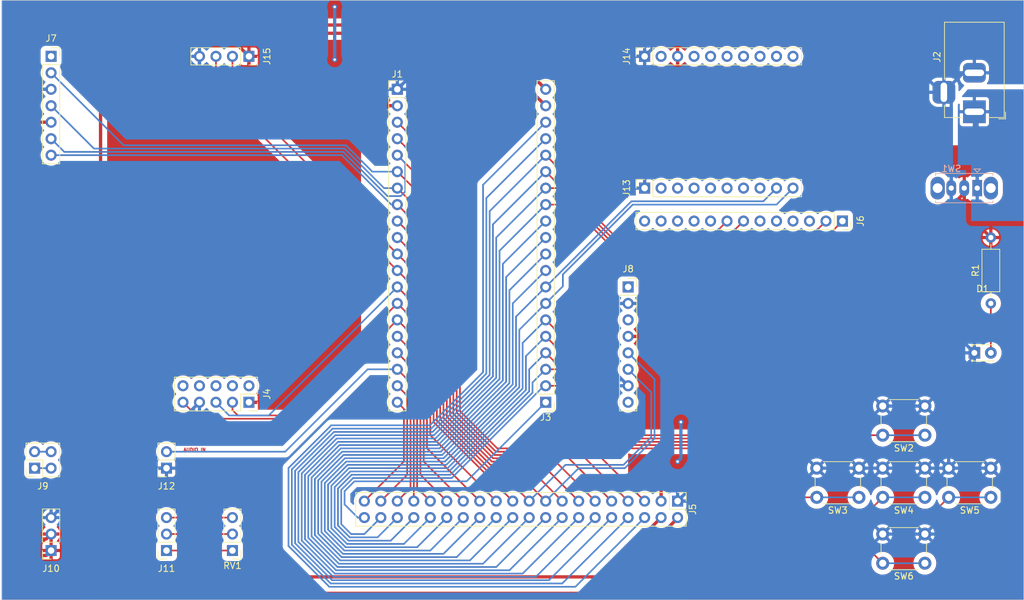
<source format=kicad_pcb>
(kicad_pcb (version 20221018) (generator pcbnew)
  (title_block (title "RoostaBoosta") (date "2023-04-14") (rev "1.0"))
  (layers (0 "F.Cu" signal) (31 "B.Cu" signal) (36 "B.SilkS" user "B.Silkscreen") (37 "F.SilkS" user "F.Silkscreen") (38 "B.Mask" user) (39 "F.Mask" user) (44 "Edge.Cuts" user))
  (net 0 "")
  (net 1 "Net-(D1-A)")
  (net 2 "VIN")
  (net 3 "Net-(J11-Pin_1)")
  (net 4 "Net-(J11-Pin_2)")
  (net 5 "Net-(J11-Pin_3)")
  (net 6 "GND")
  (net 7 "Net-(J9-Pin_1)")
  (net 8 "Net-(J9-Pin_2)")
  (net 9 "/mbed33")
  (net 10 "/mbed34")
  (net 15 "/mbed35")
  (net 16 "/mbed36")
  (net 29 "/mbed28")
  (net 30 "/mbed27")
  (net 41 "/bt_tx")
  (net 42 "/bt_rx")
  (net 45 "/mbed6")
  (net 46 "/mbed7")
  (net 47 "3VREG")
  (net 48 "/mbed5")
  (net 49 "/mbed8")
  (net 50 "/lcd_rx")
  (net 51 "/lcd_tx")
  (net 52 "/lcd_res")
  (net 53 "/audio_out")
  (net 54 "/mbed3")
  (net 55 "/mbed4")
  (net 56 "/mbed11")
  (net 57 "/mbed12")
  (net 58 "/mbed16")
  (net 59 "/mbed17")
  (net 60 "/mbed19")
  (net 61 "/mbed20")
  (net 62 "/mbed21")
  (net 63 "/btn5")
  (net 64 "/btn4")
  (net 65 "/btn3")
  (net 66 "/btn2")
  (net 67 "/btn1")
  (net 68 "/mbed29")
  (net 69 "/mbed30")
  (net 70 "/mbed31")
  (net 71 "/mbed32")
  (net 72 "/mbed37")
  (net 73 "/mbed38")
  (net 74 "5VREG")
  (net 75 "+5V")
  (footprint "Button_Switch_THT:SW_PUSH_6mm" (layer "F.Cu") (at 198.12 123.88 180)
    (fp_text reference "SW6")
    (fp_text value "BNT5")
  )
  (footprint "Button_Switch_THT:SW_PUSH_6mm" (layer "F.Cu") (at 198.12 113.72 180)
    (fp_text reference "SW4")
    (fp_text value "BTN3")
  )
  (footprint "Connector_PinSocket_2.54mm:PinSocket_1x02_P2.54mm_Vertical" (layer "F.Cu") (at 81.28 109.22 180)
    (fp_text reference "J12")
    (fp_text value "AUDIO_CON_IN")
  )
  (footprint "Button_Switch_THT:SW_PUSH_6mm" (layer "F.Cu") (at 187.96 113.72 180)
    (fp_text reference "SW3")
    (fp_text value "BTN2")
  )
  (footprint "Connector_BarrelJack:BarrelJack_Horizontal" (layer "F.Cu") (at 205.74 54.26 -90)
    (fp_text reference "J2")
    (fp_text value "Barrel_Jack_Switch_Pin3Ring")
  )
  (footprint "Connector_PinSocket_2.54mm:PinSocket_2x02_P2.54mm_Vertical" (layer "F.Cu") (at 60.96 109.22 180)
    (fp_text reference "J9")
    (fp_text value "AUDIO_CONN_OUT")
  )
  (footprint "Connector_PinSocket_2.54mm:PinSocket_1x07_P2.54mm_Vertical" (layer "F.Cu") (at 63.5 45.72)
    (fp_text reference "J7")
    (fp_text value "SD_CONN")
  )
  (footprint "Connector_PinSocket_2.54mm:PinSocket_1x10_P2.54mm_Vertical" (layer "F.Cu") (at 154.94 66.04 90)
    (fp_text reference "J13")
    (fp_text value "WIFI_CONN_LEFT")
  )
  (footprint "Connector_PinSocket_2.54mm:PinSocket_1x08_P2.54mm_Vertical" (layer "F.Cu") (at 152.4 81.28)
    (fp_text reference "J8")
    (fp_text value "BT_CONN")
  )
  (footprint "Connector_PinSocket_2.54mm:PinSocket_1x03_P2.54mm_Vertical" (layer "F.Cu") (at 81.28 121.92 180)
    (fp_text reference "J11")
    (fp_text value "AUDIO_CONN_VOL")
  )
  (footprint "Connector_PinSocket_2.54mm:PinSocket_2x05_P2.54mm_Vertical" (layer "F.Cu") (at 93.98 99.06 -90)
    (fp_text reference "J4")
    (fp_text value "LCD_CONN")
  )
  (footprint "Resistor_THT:R_Axial_DIN0207_L6.3mm_D2.5mm_P10.16mm_Horizontal" (layer "F.Cu") (at 208.28 83.82 90)
    (fp_text reference "R1")
    (fp_text value "1k")
  )
  (footprint "Connector_PinSocket_2.54mm:PinSocket_1x13_P2.54mm_Vertical" (layer "F.Cu") (at 185.42 71.12 -90)
    (fp_text reference "J6")
    (fp_text value "ETHERNET_CONN")
  )
  (footprint "Connector_PinHeader_2.54mm:PinHeader_1x20_P2.54mm_Vertical" (layer "F.Cu") (at 139.7 99.06 180)
    (fp_text reference "J3")
    (fp_text value "MBED_CONN_RIGHT")
  )
  (footprint "Connector_PinHeader_2.54mm:PinHeader_1x03_P2.54mm_Vertical" (layer "F.Cu") (at 91.44 121.92 180)
    (fp_text reference "RV1")
    (fp_text value "R_Potentiometer")
  )
  (footprint "Connector_PinSocket_2.54mm:PinSocket_1x04_P2.54mm_Vertical" (layer "F.Cu") (at 93.98 45.72 -90)
    (fp_text reference "J15")
    (fp_text value "SONAR_CONN")
  )
  (footprint "Connector_PinHeader_2.54mm:PinHeader_1x20_P2.54mm_Vertical" (layer "F.Cu") (at 116.84 50.8)
    (fp_text reference "J1")
    (fp_text value "MBED_CONN_LEFT")
  )
  (footprint "Connector_PinHeader_2.54mm:PinHeader_2x20_P2.54mm_Vertical" (layer "F.Cu") (at 160.02 114.3 -90)
    (fp_text reference "J5")
    (fp_text value "MBED_CONN_DEBUG")
  )
  (footprint "Button_Switch_THT:SW_PUSH_6mm" (layer "F.Cu") (at 198.12 104.14 180)
    (fp_text reference "SW2")
    (fp_text value "BTN1")
  )
  (footprint "Connector_PinSocket_2.54mm:PinSocket_1x03_P2.54mm_Vertical" (layer "F.Cu") (at 63.5 121.92 180)
    (fp_text reference "J10")
    (fp_text value "AUDIO_CONN_PWR")
  )
  (footprint "LED_THT:LED_D1.8mm_W3.3mm_H2.4mm" (layer "F.Cu") (at 205.74 91.44)
    (fp_text reference "D1")
    (fp_text value "PWR_LED")
  )
  (footprint "Connector_PinSocket_2.54mm:PinSocket_1x10_P2.54mm_Vertical" (layer "F.Cu") (at 154.94 45.72 90)
    (fp_text reference "J14")
    (fp_text value "WIFI_CONN_RIGHT")
  )
  (footprint "Button_Switch_THT:SW_PUSH_6mm" (layer "F.Cu") (at 208.28 113.72 180)
    (fp_text reference "SW5")
    (fp_text value "BTN4")
  )
  (footprint "Button_Switch_THT:SW_Slide_1P2T_CK_OS102011MS2Q" (layer "B.Cu") (at 206.18 66.04 180)
    (fp_text reference "SW1")
    (fp_text value "SW_SPDT")
  )
  (gr_rect (start 55.88 37.084) (end 213.36 129.54) (stroke (width 0.1)) (fill none) (layer "Edge.Cuts"))
  (gr_text "2023-04-14" (at 165.1 126.492) (layer "F.Cu") (effects (font (size 1.5 1.5) (thickness 0.3) bold) (justify left bottom)))
  (gr_text "+" (at 58.42 106.68) (layer "F.Cu") (effects (font (size 0.508 0.508) (thickness 0.127) bold) (justify right bottom)))
  (gr_text "AUDIO_IN" (at 83.82 106.68) (layer "F.Cu") (effects (font (size 0.508 0.508) (thickness 0.127) bold) (justify left bottom)))
  (gr_text "GND" (at 83.82 109.22) (layer "F.Cu") (effects (font (size 0.508 0.508) (thickness 0.127) bold) (justify left bottom)))
  (gr_text "MBED" (at 116.84 48.26) (layer "F.Cu") (effects (font (size 0.508 0.508) (thickness 0.127) bold) (justify right bottom)))
  (gr_text "-" (at 58.42 109.22) (layer "F.Cu") (effects (font (size 0.508 0.508) (thickness 0.127) bold) (justify right bottom)))
  (gr_text "SD" (at 63.5 43.18) (layer "F.Cu") (effects (font (size 0.508 0.508) (thickness 0.127) bold) (justify right bottom)))
  (gr_text "RoostaBoosta v1.0" (at 165.1 123.952) (layer "F.Cu") (effects (font (size 1.5 1.5) (thickness 0.3) bold) (justify left bottom)))
  (gr_text "ETHER" (at 152.4 71.12 90) (layer "F.Cu") (effects (font (size 0.508 0.508) (thickness 0.127) bold) (justify right bottom)))
  (gr_text "MBED" (at 162.56 114.3 -90) (layer "F.Cu") (effects (font (size 0.508 0.508) (thickness 0.127) bold) (justify right bottom)))
  (gr_text "+5V" (at 60.96 119.38) (layer "F.Cu") (effects (font (size 0.508 0.508) (thickness 0.127) bold) (justify right bottom)))
  (gr_text "LCD" (at 81.28 99.06 90) (layer "F.Cu") (effects (font (size 0.508 0.508) (thickness 0.127) bold) (justify right bottom)))
  (gr_text "BT" (at 152.4 78.74) (layer "F.Cu") (effects (font (size 0.508 0.508) (thickness 0.127) bold) (justify right bottom)))
  (gr_text "SONAR" (at 96.52 45.72 -90) (layer "F.Cu") (effects (font (size 0.508 0.508) (thickness 0.127) bold) (justify left bottom)))
  (gr_text "S" (at 60.96 121.92) (layer "F.Cu") (effects (font (size 0.508 0.508) (thickness 0.127) bold) (justify right bottom)))
  (gr_text "WIFI" (at 152.4 66.04 90) (layer "F.Cu") (effects (font (size 0.508 0.508) (thickness 0.127) bold) (justify right bottom)))
  (gr_text "GND" (at 60.96 116.84) (layer "F.Cu") (effects (font (size 0.508 0.508) (thickness 0.127) bold) (justify right bottom)))
  (segment (start 208.28 83.82) (end 208.28 91.44) (width 0.254) (layer "F.Cu") (net 1))
  (segment (start 157.988 88.9) (end 152.4 88.9) (width 0.508) (layer "F.Cu") (net 2))
  (segment (start 56.134 38.354) (end 106.934 38.354) (width 0.508) (layer "F.Cu") (net 2))
  (segment (start 93.98 45.72) (end 93.98 47.078) (width 0.508) (layer "F.Cu") (net 2))
  (segment (start 204.18 66.798) (end 197.211 73.767) (width 0.508) (layer "F.Cu") (net 2))
  (segment (start 106.934 38.354) (end 107.188 38.1) (width 0.508) (layer "F.Cu") (net 2))
  (segment (start 197.211 73.767) (end 182.078 88.9) (width 0.508) (layer "F.Cu") (net 2))
  (segment (start 136.398 38.354) (end 147.232 49.188) (width 0.508) (layer "F.Cu") (net 2))
  (segment (start 159.932 49.188) (end 147.232 49.188) (width 0.508) (layer "F.Cu") (net 2))
  (segment (start 92.368 44.108) (end 82.384 44.108) (width 0.508) (layer "F.Cu") (net 2))
  (segment (start 56.134 89.408) (end 56.134 38.354) (width 0.508) (layer "F.Cu") (net 2))
  (segment (start 57.15133 120.14333) (end 62.73667 120.14333) (width 0.508) (layer "F.Cu") (net 2))
  (segment (start 97.536 97.028) (end 97.536 91.948) (width 0.508) (layer "F.Cu") (net 2))
  (segment (start 160.528 89.916) (end 160.528 102.108) (width 0.508) (layer "F.Cu") (net 2))
  (segment (start 93.98 99.06) (end 95.504 99.06) (width 0.508) (layer "F.Cu") (net 2))
  (segment (start 60.1622 122.68333) (end 62.73667 122.68333) (width 0.508) (layer "F.Cu") (net 2))
  (segment (start 59.987524 122.508654) (end 60.1622 122.68333) (width 0.508) (layer "F.Cu") (net 2))
  (segment (start 59.846128 122.225868) (end 59.987524 122.508654) (width 0.508) (layer "F.Cu") (net 2))
  (segment (start 62.73667 122.68333) (end 63.5 121.92) (width 0.508) (layer "F.Cu") (net 2))
  (segment (start 56.134 118.4275) (end 57.0865 119.38) (width 0.508) (layer "F.Cu") (net 2))
  (segment (start 182.078 88.9) (end 159.512 88.9) (width 0.508) (layer "F.Cu") (net 2))
  (segment (start 159.512 88.9) (end 160.528 89.916) (width 0.508) (layer "F.Cu") (net 2))
  (segment (start 95.504 99.06) (end 97.536 97.028) (width 0.508) (layer "F.Cu") (net 2))
  (segment (start 204.18 66.04) (end 204.18 69.56) (width 0.508) (layer "F.Cu") (net 2))
  (segment (start 159.512 88.9) (end 157.988 88.9) (width 0.508) (layer "F.Cu") (net 2))
  (segment (start 82.296 44.196) (end 82.384 44.108) (width 0.508) (layer "F.Cu") (net 2))
  (segment (start 160.02 49.276) (end 159.932 49.188) (width 0.508) (layer "F.Cu") (net 2))
  (segment (start 56.896 119.888) (end 57.15133 120.14333) (width 0.508) (layer "F.Cu") (net 2))
  (segment (start 62.73667 120.14333) (end 63.5 119.38) (width 0.508) (layer "F.Cu") (net 2))
  (segment (start 82.384 76.796) (end 97.536 91.948) (width 0.508) (layer "F.Cu") (net 2))
  (segment (start 157.48 114.3) (end 157.48 110.744) (width 0.508) (layer "F.Cu") (net 2))
  (segment (start 204.18 69.56) (end 208.28 73.66) (width 0.508) (layer "F.Cu") (net 2))
  (segment (start 57.0865 119.38) (end 57.0865 119.46624) (width 0.508) (layer "F.Cu") (net 2))
  (segment (start 180.34 56.896) (end 197.211 73.767) (width 0.508) (layer "F.Cu") (net 2))
  (segment (start 93.98 45.72) (end 92.368 44.108) (width 0.508) (layer "F.Cu") (net 2))
  (segment (start 57.0865 119.38) (end 57.0865 119.6975) (width 0.508) (layer "F.Cu") (net 2))
  (segment (start 56.134 89.408) (end 56.134 118.4275) (width 0.508) (layer "F.Cu") (net 2))
  (segment (start 82.384 44.108) (end 82.384 76.796) (width 0.508) (layer "F.Cu") (net 2))
  (segment (start 157.48 110.744) (end 160.02 108.204) (width 0.508) (layer "F.Cu") (net 2))
  (segment (start 107.188 53.34) (end 116.84 53.34) (width 0.508) (layer "F.Cu") (net 2))
  (segment (start 160.02 45.72) (end 160.02 49.276) (width 0.508) (layer "F.Cu") (net 2))
  (segment (start 57.0865 119.46624) (end 59.846128 122.225868) (width 0.508) (layer "F.Cu") (net 2))
  (segment (start 107.442 38.354) (end 111.252 38.354) (width 0.508) (layer "F.Cu") (net 2))
  (segment (start 160.02 56.896) (end 180.34 56.896) (width 0.508) (layer "F.Cu") (net 2))
  (segment (start 107.188 38.1) (end 107.442 38.354) (width 0.508) (layer "F.Cu") (net 2))
  (segment (start 93.98 47.078) (end 100.242 53.34) (width 0.508) (layer "F.Cu") (net 2))
  (segment (start 107.188 53.34) (end 107.188 46.228) (width 0.508) (layer "F.Cu") (net 2))
  (segment (start 160.02 49.276) (end 160.02 56.896) (width 0.508) (layer "F.Cu") (net 2))
  (segment (start 57.0865 119.6975) (end 56.896 119.888) (width 0.508) (layer "F.Cu") (net 2))
  (segment (start 111.252 38.354) (end 136.398 38.354) (width 0.508) (layer "F.Cu") (net 2))
  (segment (start 100.242 53.34) (end 107.188 53.34) (width 0.508) (layer "F.Cu") (net 2))
  (via (at 160.02 108.204) (size 0.8) (drill 0.4) (layers "F.Cu" "B.Cu") (net 2))
  (via (at 107.188 46.228) (size 0.8) (drill 0.4) (layers "F.Cu" "B.Cu") (net 2))
  (via (at 160.528 102.108) (size 0.8) (drill 0.4) (layers "F.Cu" "B.Cu") (net 2))
  (via (at 107.188 38.1) (size 0.8) (drill 0.4) (layers "F.Cu" "B.Cu") (net 2))
  (segment (start 160.528 107.696) (end 160.02 108.204) (width 0.508) (layer "B.Cu") (net 2))
  (segment (start 107.188 38.1) (end 107.188 46.228) (width 0.508) (layer "B.Cu") (net 2))
  (segment (start 160.528 102.108) (end 160.528 107.696) (width 0.508) (layer "B.Cu") (net 2))
  (segment (start 81.28 121.92) (end 91.44 121.92) (width 0.254) (layer "F.Cu") (net 3))
  (segment (start 81.28 119.38) (end 91.44 119.38) (width 0.254) (layer "F.Cu") (net 4))
  (segment (start 81.28 116.84) (end 91.44 116.84) (width 0.254) (layer "F.Cu") (net 5))
  (segment (start 176.38 114.3) (end 181.46 109.22) (width 0.508) (layer "B.Cu") (net 6))
  (segment (start 202.18 66.04) (end 202.18 87.88) (width 0.508) (layer "B.Cu") (net 6))
  (segment (start 201.78 103.3) (end 201.78 109.22) (width 0.508) (layer "B.Cu") (net 6))
  (segment (start 160.02 114.3) (end 176.38 114.3) (width 0.508) (layer "B.Cu") (net 6))
  (segment (start 150.876 83.82) (end 152.4 83.82) (width 0.508) (layer "B.Cu") (net 6))
  (segment (start 202.18 87.88) (end 205.74 91.44) (width 0.508) (layer "B.Cu") (net 6))
  (segment (start 164.084 82.804) (end 164.084 110.236) (width 0.508) (layer "B.Cu") (net 6))
  (segment (start 200.612 51.26) (end 190.5 41.148) (width 0.508) (layer "B.Cu") (net 6))
  (segment (start 116.84 50.8) (end 121.92 45.72) (width 0.508) (layer "B.Cu") (net 6))
  (segment (start 191.62 99.64) (end 198.12 99.64) (width 0.508) (layer "B.Cu") (net 6))
  (segment (start 198.12 109.22) (end 191.62 109.22) (width 0.508) (layer "B.Cu") (net 6))
  (segment (start 63.5 116.84) (end 71.12 109.22) (width 0.508) (layer "B.Cu") (net 6))
  (segment (start 148.336 86.36) (end 150.876 83.82) (width 0.508) (layer "B.Cu") (net 6))
  (segment (start 159.512 41.148) (end 154.94 45.72) (width 0.508) (layer "B.Cu") (net 6))
  (segment (start 198.12 99.64) (end 205.74 92.02) (width 0.508) (layer "B.Cu") (net 6))
  (segment (start 190.5 41.148) (end 159.512 41.148) (width 0.508) (layer "B.Cu") (net 6))
  (segment (start 159.004 77.724) (end 164.084 82.804) (width 0.508) (layer "B.Cu") (net 6))
  (segment (start 208.28 109.22) (end 210.042 110.982) (width 0.508) (layer "B.Cu") (net 6))
  (segment (start 148.336 86.36) (end 148.336 78.74) (width 0.508) (layer "B.Cu") (net 6))
  (segment (start 76.2 104.14) (end 81.28 104.14) (width 0.508) (layer "B.Cu") (net 6))
  (segment (start 148.336 92.456) (end 148.336 86.36) (width 0.508) (layer "B.Cu") (net 6))
  (segment (start 201.78 109.22) (end 208.28 109.22) (width 0.508) (layer "B.Cu") (net 6))
  (segment (start 86.36 50.8) (end 116.84 50.8) (width 0.508) (layer "B.Cu") (net 6))
  (segment (start 63.5 50.8) (end 59.944 50.8) (width 0.508) (layer "B.Cu") (net 6))
  (segment (start 202.18 52.4) (end 202.18 66.04) (width 0.508) (layer "B.Cu") (net 6))
  (segment (start 204.04 48.26) (end 201.04 51.26) (width 0.508) (layer "B.Cu") (net 6))
  (segment (start 205.232 119.38) (end 198.12 119.38) (width 0.508) (layer "B.Cu") (net 6))
  (segment (start 210.042 114.57) (end 205.232 119.38) (width 0.508) (layer "B.Cu") (net 6))
  (segment (start 152.4 96.52) (end 148.336 92.456) (width 0.508) (layer "B.Cu") (net 6))
  (segment (start 59.944 50.8) (end 59.944 87.884) (width 0.508) (layer "B.Cu") (net 6))
  (segment (start 71.12 109.22) (end 76.2 104.14) (width 0.508) (layer "B.Cu") (net 6))
  (segment (start 67.056 41.148) (end 76.708 50.8) (width 0.508) (layer "B.Cu") (net 6))
  (segment (start 191.62 109.22) (end 187.96 109.22) (width 0.508) (layer "B.Cu") (net 6))
  (segment (start 201.78 109.22) (end 198.12 109.22) (width 0.508) (layer "B.Cu") (net 6))
  (segment (start 164.084 110.236) (end 160.02 114.3) (width 0.508) (layer "B.Cu") (net 6))
  (segment (start 121.92 45.72) (end 154.94 45.72) (width 0.508) (layer "B.Cu") (net 6))
  (segment (start 59.944 50.8) (end 59.944 41.148) (width 0.508) (layer "B.Cu") (net 6))
  (segment (start 86.36 45.72) (end 86.36 50.8) (width 0.508) (layer "B.Cu") (net 6))
  (segment (start 71.12 109.22) (end 81.28 109.22) (width 0.508) (layer "B.Cu") (net 6))
  (segment (start 59.944 41.148) (end 67.056 41.148) (width 0.508) (layer "B.Cu") (net 6))
  (segment (start 205.74 48.26) (end 204.04 48.26) (width 0.508) (layer "B.Cu") (net 6))
  (segment (start 154.94 45.72) (end 154.94 66.04) (width 0.508) (layer "B.Cu") (net 6))
  (segment (start 149.352 77.724) (end 159.004 77.724) (width 0.508) (layer "B.Cu") (net 6))
  (segment (start 59.944 87.884) (end 76.2 104.14) (width 0.508) (layer "B.Cu") (net 6))
  (segment (start 81.28 104.14) (end 86.36 99.06) (width 0.508) (layer "B.Cu") (net 6))
  (segment (start 198.12 119.38) (end 191.62 119.38) (width 0.508) (layer "B.Cu") (net 6))
  (segment (start 210.042 110.982) (end 210.042 114.57) (width 0.508) (layer "B.Cu") (net 6))
  (segment (start 187.96 109.22) (end 181.46 109.22) (width 0.508) (layer "B.Cu") (net 6))
  (segment (start 76.708 50.8) (end 86.36 50.8) (width 0.508) (layer "B.Cu") (net 6))
  (segment (start 198.12 99.64) (end 201.78 103.3) (width 0.508) (layer "B.Cu") (net 6))
  (segment (start 148.336 78.74) (end 149.352 77.724) (width 0.508) (layer "B.Cu") (net 6))
  (segment (start 60.96 109.22) (end 63.5 109.22) (width 0.254) (layer "B.Cu") (net 7))
  (segment (start 60.96 106.68) (end 63.5 106.68) (width 0.254) (layer "B.Cu") (net 8))
  (segment (start 150.07718 75.31402) (end 143.34316 68.58) (width 0.254) (layer "F.Cu") (net 9))
  (segment (start 181.22598 75.31402) (end 150.07718 75.31402) (width 0.254) (layer "F.Cu") (net 9))
  (segment (start 143.34316 68.58) (end 139.7 68.58) (width 0.254) (layer "F.Cu") (net 9))
  (segment (start 185.42 71.12) (end 181.22598 75.31402) (width 0.254) (layer "F.Cu") (net 9))
  (segment (start 107.71096 105.156) (end 122.90738 105.156) (width 0.254) (layer "B.Cu") (net 9))
  (segment (start 132.588 75.692) (end 139.7 68.58) (width 0.254) (layer "B.Cu") (net 9))
  (segment (start 142.24 116.84) (end 134.112002 124.967998) (width 0.254) (layer "B.Cu") (net 9))
  (segment (start 132.588 95.47538) (end 132.588 75.692) (width 0.254) (layer "B.Cu") (net 9))
  (segment (start 134.112002 124.967998) (end 107.413378 124.967998) (width 0.254) (layer "B.Cu") (net 9))
  (segment (start 102.616002 110.250958) (end 107.71096 105.156) (width 0.254) (layer "B.Cu") (net 9))
  (segment (start 102.616001 120.170621) (end 102.616002 110.250958) (width 0.254) (layer "B.Cu") (net 9))
  (segment (start 107.413378 124.967998) (end 102.616001 120.170621) (width 0.254) (layer "B.Cu") (net 9))
  (segment (start 122.90738 105.156) (end 132.588 95.47538) (width 0.254) (layer "B.Cu") (net 9))
  (segment (start 182.88 71.12) (end 179.193979 74.806021) (width 0.254) (layer "F.Cu") (net 10))
  (segment (start 150.287601 74.806021) (end 141.52158 66.04) (width 0.254) (layer "F.Cu") (net 10))
  (segment (start 179.193979 74.806021) (end 150.287601 74.806021) (width 0.254) (layer "F.Cu") (net 10))
  (segment (start 141.52158 66.04) (end 139.7 66.04) (width 0.254) (layer "F.Cu") (net 10))
  (segment (start 132.080001 95.264959) (end 122.69696 104.648) (width 0.254) (layer "B.Cu") (net 10))
  (segment (start 102.108002 110.040538) (end 102.108001 120.381041) (width 0.254) (layer "B.Cu") (net 10))
  (segment (start 107.202958 125.475998) (end 136.144002 125.475998) (width 0.254) (layer "B.Cu") (net 10))
  (segment (start 107.50054 104.648) (end 102.108002 110.040538) (width 0.254) (layer "B.Cu") (net 10))
  (segment (start 102.108001 120.381041) (end 107.202958 125.475998) (width 0.254) (layer "B.Cu") (net 10))
  (segment (start 122.69696 104.648) (end 107.50054 104.648) (width 0.254) (layer "B.Cu") (net 10))
  (segment (start 136.144002 125.475998) (end 144.78 116.84) (width 0.254) (layer "B.Cu") (net 10))
  (segment (start 139.7 66.04) (end 132.08 73.66) (width 0.254) (layer "B.Cu") (net 10))
  (segment (start 132.08 73.66) (end 132.080001 95.264959) (width 0.254) (layer "B.Cu") (net 10))
  (segment (start 150.498022 74.298022) (end 139.7 63.5) (width 0.254) (layer "F.Cu") (net 15))
  (segment (start 167.001978 74.298022) (end 150.498022 74.298022) (width 0.254) (layer "F.Cu") (net 15))
  (segment (start 170.18 71.12) (end 167.001978 74.298022) (width 0.254) (layer "F.Cu") (net 15))
  (segment (start 106.992537 125.983997) (end 101.600001 120.591461) (width 0.254) (layer "B.Cu") (net 15))
  (segment (start 107.29012 104.14) (end 122.48654 104.14) (width 0.254) (layer "B.Cu") (net 15))
  (segment (start 147.32 116.84) (end 138.176003 125.983997) (width 0.254) (layer "B.Cu") (net 15))
  (segment (start 131.572001 71.627999) (end 139.7 63.5) (width 0.254) (layer "B.Cu") (net 15))
  (segment (start 101.600001 120.591461) (end 101.600001 109.830119) (width 0.254) (layer "B.Cu") (net 15))
  (segment (start 101.600001 109.830119) (end 107.29012 104.14) (width 0.254) (layer "B.Cu") (net 15))
  (segment (start 138.176003 125.983997) (end 106.992537 125.983997) (width 0.254) (layer "B.Cu") (net 15))
  (segment (start 122.48654 104.14) (end 131.572001 95.054539) (width 0.254) (layer "B.Cu") (net 15))
  (segment (start 131.572001 95.054539) (end 131.572001 71.627999) (width 0.254) (layer "B.Cu") (net 15))
  (segment (start 167.64 71.12) (end 164.969977 73.790023) (width 0.254) (layer "F.Cu") (net 16))
  (segment (start 150.708443 73.790023) (end 143.256 66.33758) (width 0.254) (layer "F.Cu") (net 16))
  (segment (start 164.969977 73.790023) (end 150.708443 73.790023) (width 0.254) (layer "F.Cu") (net 16))
  (segment (start 143.256 64.516) (end 139.7 60.96) (width 0.254) (layer "F.Cu") (net 16))
  (segment (start 143.256 66.33758) (end 143.256 64.516) (width 0.254) (layer "F.Cu") (net 16))
  (segment (start 101.092001 109.619699) (end 101.092001 120.801881) (width 0.254) (layer "B.Cu") (net 16))
  (segment (start 106.782117 126.491997) (end 140.208003 126.491997) (width 0.254) (layer "B.Cu") (net 16))
  (segment (start 122.27612 103.632) (end 107.0797 103.632) (width 0.254) (layer "B.Cu") (net 16))
  (segment (start 101.092001 120.801881) (end 106.782117 126.491997) (width 0.254) (layer "B.Cu") (net 16))
  (segment (start 131.064001 94.844119) (end 122.27612 103.632) (width 0.254) (layer "B.Cu") (net 16))
  (segment (start 139.7 60.96) (end 131.064001 69.595999) (width 0.254) (layer "B.Cu") (net 16))
  (segment (start 140.208003 126.491997) (end 149.86 116.84) (width 0.254) (layer "B.Cu") (net 16))
  (segment (start 131.064001 69.595999) (end 131.064001 94.844119) (width 0.254) (layer "B.Cu") (net 16))
  (segment (start 107.0797 103.632) (end 101.092001 109.619699) (width 0.254) (layer "B.Cu") (net 16))
  (segment (start 105.156001 119.118521) (end 108.46548 122.428) (width 0.254) (layer "B.Cu") (net 29))
  (segment (start 139.7 81.28) (end 135.128 85.852) (width 0.254) (layer "B.Cu") (net 29))
  (segment (start 123.952 122.428) (end 129.54 116.84) (width 0.254) (layer "B.Cu") (net 29))
  (segment (start 123.959479 107.696001) (end 108.763059 107.696001) (width 0.254) (layer "B.Cu") (net 29))
  (segment (start 175.26 66.04) (end 173.228 68.072) (width 0.254) (layer "B.Cu") (net 29))
  (segment (start 108.46548 122.428) (end 123.952 122.428) (width 0.254) (layer "B.Cu") (net 29))
  (segment (start 105.156001 111.303059) (end 105.156001 119.118521) (width 0.254) (layer "B.Cu") (net 29))
  (segment (start 108.763059 107.696001) (end 105.156001 111.303059) (width 0.254) (layer "B.Cu") (net 29))
  (segment (start 152.908 68.072) (end 139.7 81.28) (width 0.254) (layer "B.Cu") (net 29))
  (segment (start 135.128 96.52748) (end 123.959479 107.696001) (width 0.254) (layer "B.Cu") (net 29))
  (segment (start 173.228 68.072) (end 152.908 68.072) (width 0.254) (layer "B.Cu") (net 29))
  (segment (start 135.128 85.852) (end 135.128 96.52748) (width 0.254) (layer "B.Cu") (net 29))
  (segment (start 175.26 68.58) (end 153.11842 68.58) (width 0.254) (layer "B.Cu") (net 30))
  (segment (start 142.34521 81.17479) (end 139.7 83.82) (width 0.254) (layer "B.Cu") (net 30))
  (segment (start 135.636 87.884) (end 135.636 96.7379) (width 0.254) (layer "B.Cu") (net 30))
  (segment (start 108.97348 108.204) (end 105.664001 111.513479) (width 0.254) (layer "B.Cu") (net 30))
  (segment (start 177.8 66.04) (end 175.26 68.58) (width 0.254) (layer "B.Cu") (net 30))
  (segment (start 124.1699 108.204) (end 108.97348 108.204) (width 0.254) (layer "B.Cu") (net 30))
  (segment (start 105.664001 111.513479) (end 105.664003 118.908103) (width 0.254) (layer "B.Cu") (net 30))
  (segment (start 121.920001 121.919999) (end 127 116.84) (width 0.254) (layer "B.Cu") (net 30))
  (segment (start 108.675899 121.919999) (end 121.920001 121.919999) (width 0.254) (layer "B.Cu") (net 30))
  (segment (start 142.34521 79.35321) (end 142.34521 81.17479) (width 0.254) (layer "B.Cu") (net 30))
  (segment (start 153.11842 68.58) (end 142.34521 79.35321) (width 0.254) (layer "B.Cu") (net 30))
  (segment (start 135.636 96.7379) (end 124.1699 108.204) (width 0.254) (layer "B.Cu") (net 30))
  (segment (start 105.664003 118.908103) (end 108.675899 121.919999) (width 0.254) (layer "B.Cu") (net 30))
  (segment (start 139.7 83.82) (end 135.636 87.884) (width 0.254) (layer "B.Cu") (net 30))
  (segment (start 123.444 101.68716) (end 130.97684 109.22) (width 0.254) (layer "F.Cu") (net 41))
  (segment (start 134.62 109.22) (end 139.7 114.3) (width 0.254) (layer "F.Cu") (net 41))
  (segment (start 123.444 77.724) (end 123.444 101.68716) (width 0.254) (layer "F.Cu") (net 41))
  (segment (start 116.84 71.12) (end 123.444 77.724) (width 0.254) (layer "F.Cu") (net 41))
  (segment (start 130.97684 109.22) (end 134.62 109.22) (width 0.254) (layer "F.Cu") (net 41))
  (segment (start 156.464 104.648) (end 151.892 109.22) (width 0.254) (layer "B.Cu") (net 41))
  (segment (start 151.892 109.22) (end 144.78 109.22) (width 0.254) (layer "B.Cu") (net 41))
  (segment (start 144.78 109.22) (end 139.7 114.3) (width 0.254) (layer "B.Cu") (net 41))
  (segment (start 152.4 91.44) (end 156.464 95.504) (width 0.254) (layer "B.Cu") (net 41))
  (segment (start 156.464 95.504) (end 156.464 104.648) (width 0.254) (layer "B.Cu") (net 41))
  (segment (start 130.76642 109.728) (end 132.588 109.728) (width 0.254) (layer "F.Cu") (net 42))
  (segment (start 132.588 109.728) (end 137.16 114.3) (width 0.254) (layer "F.Cu") (net 42))
  (segment (start 122.936 79.756) (end 122.936 101.89758) (width 0.254) (layer "F.Cu") (net 42))
  (segment (start 116.84 73.66) (end 122.936 79.756) (width 0.254) (layer "F.Cu") (net 42))
  (segment (start 122.936 101.89758) (end 130.76642 109.728) (width 0.254) (layer "F.Cu") (net 42))
  (segment (start 155.956 104.43758) (end 151.68158 108.712) (width 0.254) (layer "B.Cu") (net 42))
  (segment (start 152.4 93.98) (end 155.956 97.536) (width 0.254) (layer "B.Cu") (net 42))
  (segment (start 151.68158 108.712) (end 142.748 108.712) (width 0.254) (layer "B.Cu") (net 42))
  (segment (start 142.748 108.712) (end 137.16 114.3) (width 0.254) (layer "B.Cu") (net 42))
  (segment (start 155.956 97.536) (end 155.956 104.43758) (width 0.254) (layer "B.Cu") (net 42))
  (segment (start 124.968 101.0559) (end 131.6081 107.696) (width 0.254) (layer "F.Cu") (net 45))
  (segment (start 124.968 71.628) (end 124.968 101.0559) (width 0.254) (layer "F.Cu") (net 45))
  (segment (start 116.84 63.5) (end 124.968 71.628) (width 0.254) (layer "F.Cu") (net 45))
  (segment (start 131.6081 107.696) (end 140.716 107.696) (width 0.254) (layer "F.Cu") (net 45))
  (segment (start 140.716 107.696) (end 147.32 114.3) (width 0.254) (layer "F.Cu") (net 45))
  (segment (start 108.922423 59.436003) (end 112.98642 63.5) (width 0.254) (layer "B.Cu") (net 45))
  (segment (start 63.5 48.26) (end 74.676 59.436) (width 0.254) (layer "B.Cu") (net 45))
  (segment (start 112.98642 63.5) (end 116.84 63.5) (width 0.254) (layer "B.Cu") (net 45))
  (segment (start 74.676 59.436) (end 108.922423 59.436003) (width 0.254) (layer "B.Cu") (net 45))
  (segment (start 116.84 66.04) (end 124.46 73.66) (width 0.254) (layer "F.Cu") (net 46))
  (segment (start 131.39768 108.204) (end 138.684 108.204) (width 0.254) (layer "F.Cu") (net 46))
  (segment (start 138.684 108.204) (end 144.78 114.3) (width 0.254) (layer "F.Cu") (net 46))
  (segment (start 124.46 73.66) (end 124.46 101.26632) (width 0.254) (layer "F.Cu") (net 46))
  (segment (start 124.46 101.26632) (end 131.39768 108.204) (width 0.254) (layer "F.Cu") (net 46))
  (segment (start 114.808 66.04) (end 116.84 66.04) (width 0.254) (layer "B.Cu") (net 46))
  (segment (start 70.104 59.944) (end 108.712002 59.944002) (width 0.254) (layer "B.Cu") (net 46))
  (segment (start 63.5 53.34) (end 70.104 59.944) (width 0.254) (layer "B.Cu") (net 46))
  (segment (start 108.712002 59.944002) (end 114.808 66.04) (width 0.254) (layer "B.Cu") (net 46))
  (segment (start 59.944 55.88) (end 59.944 90.932) (width 0.508) (layer "F.Cu") (net 47))
  (segment (start 70.612 128.524) (end 148.434923 128.524) (width 0.508) (layer "F.Cu") (net 47))
  (segment (start 148.434923 128.524) (end 160.02 116.938923) (width 0.508) (layer "F.Cu") (net 47))
  (segment (start 129.794 40.894) (end 139.7 50.8) (width 0.508) (layer "F.Cu") (net 47))
  (segment (start 70.612 101.6) (end 70.612 128.524) (width 0.508) (layer "F.Cu") (net 47))
  (segment (start 60.198 40.894) (end 129.794 40.894) (width 0.508) (layer "F.Cu") (net 47))
  (segment (start 59.944 41.148) (end 60.198 40.894) (width 0.508) (layer "F.Cu") (net 47))
  (segment (start 59.944 90.932) (end 70.612 101.6) (width 0.508) (layer "F.Cu") (net 47))
  (segment (start 59.944 55.88) (end 59.944 41.148) (width 0.508) (layer "F.Cu") (net 47))
  (segment (start 59.944 55.88) (end 63.5 55.88) (width 0.508) (layer "F.Cu") (net 47))
  (segment (start 125.476 100.84548) (end 131.81852 107.188) (width 0.254) (layer "F.Cu") (net 48))
  (segment (start 131.81852 107.188) (end 142.748 107.188) (width 0.254) (layer "F.Cu") (net 48))
  (segment (start 116.84 60.96) (end 125.476 69.596) (width 0.254) (layer "F.Cu") (net 48))
  (segment (start 142.748 107.188) (end 149.86 114.3) (width 0.254) (layer "F.Cu") (net 48))
  (segment (start 125.476 69.596) (end 125.476 100.84548) (width 0.254) (layer "F.Cu") (net 48))
  (segment (start 117.349897 67.271) (end 118.071 66.549897) (width 0.254) (layer "B.Cu") (net 48))
  (segment (start 118.071 66.549897) (end 118.071 62.191) (width 0.254) (layer "B.Cu") (net 48))
  (segment (start 65.532 60.452) (end 108.501581 60.452001) (width 0.254) (layer "B.Cu") (net 48))
  (segment (start 63.5 58.42) (end 65.532 60.452) (width 0.254) (layer "B.Cu") (net 48))
  (segment (start 118.071 62.191) (end 116.84 60.96) (width 0.254) (layer "B.Cu") (net 48))
  (segment (start 115.32058 67.271) (end 117.349897 67.271) (width 0.254) (layer "B.Cu") (net 48))
  (segment (start 108.501581 60.452001) (end 115.32058 67.271) (width 0.254) (layer "B.Cu") (net 48))
  (segment (start 131.18726 108.712) (end 136.652 108.712) (width 0.254) (layer "F.Cu") (net 49))
  (segment (start 123.952 75.692) (end 123.952 101.47674) (width 0.254) (layer "F.Cu") (net 49))
  (segment (start 123.952 101.47674) (end 131.18726 108.712) (width 0.254) (layer "F.Cu") (net 49))
  (segment (start 116.84 68.58) (end 123.952 75.692) (width 0.254) (layer "F.Cu") (net 49))
  (segment (start 136.652 108.712) (end 142.24 114.3) (width 0.254) (layer "F.Cu") (net 49))
  (segment (start 63.5 60.96) (end 108.29116 60.96) (width 0.254) (layer "B.Cu") (net 49))
  (segment (start 115.91116 68.58) (end 116.84 68.58) (width 0.254) (layer "B.Cu") (net 49))
  (segment (start 108.29116 60.96) (end 115.91116 68.58) (width 0.254) (layer "B.Cu") (net 49))
  (segment (start 116.84 83.82) (end 120.904 87.884) (width 0.254) (layer "F.Cu") (net 50))
  (segment (start 91.44 99.06) (end 91.44 100.262081) (width 0.254) (layer "F.Cu") (net 50))
  (segment (start 92.26992 101.092001) (end 99.567999 101.092001) (width 0.254) (layer "F.Cu") (net 50))
  (segment (start 120.904 108.204) (end 127 114.3) (width 0.254) (layer "F.Cu") (net 50))
  (segment (start 120.904 87.884) (end 120.904 108.204) (width 0.254) (layer "F.Cu") (net 50))
  (segment (start 99.567999 101.092001) (end 116.84 83.82) (width 0.254) (layer "F.Cu") (net 50))
  (segment (start 91.44 100.262081) (end 92.26992 101.092001) (width 0.254) (layer "F.Cu") (net 50))
  (segment (start 121.412 106.172) (end 129.54 114.3) (width 0.254) (layer "F.Cu") (net 51))
  (segment (start 116.84 81.28) (end 121.412 85.852) (width 0.254) (layer "F.Cu") (net 51))
  (segment (start 121.412 85.852) (end 121.412 106.172) (width 0.254) (layer "F.Cu") (net 51))
  (segment (start 116.84 81.28) (end 97.028 101.092) (width 0.254) (layer "B.Cu") (net 51))
  (segment (start 97.028 101.092) (end 90.932 101.092) (width 0.254) (layer "B.Cu") (net 51))
  (segment (start 90.932 101.092) (end 88.9 99.06) (width 0.254) (layer "B.Cu") (net 51))
  (segment (start 83.82 99.06) (end 86.360001 101.600001) (width 0.254) (layer "F.Cu") (net 52))
  (segment (start 120.396 89.916) (end 120.396 110.236) (width 0.254) (layer "F.Cu") (net 52))
  (segment (start 86.360001 101.600001) (end 101.599999 101.600001) (width 0.254) (layer "F.Cu") (net 52))
  (segment (start 116.84 86.36) (end 120.396 89.916) (width 0.254) (layer "F.Cu") (net 52))
  (segment (start 120.396 110.236) (end 124.46 114.3) (width 0.254) (layer "F.Cu") (net 52))
  (segment (start 101.599999 101.600001) (end 116.84 86.36) (width 0.254) (layer "F.Cu") (net 52))
  (segment (start 116.84 93.98) (end 118.872 96.012) (width 0.254) (layer "F.Cu") (net 53))
  (segment (start 118.872 96.012) (end 118.872 112.268) (width 0.254) (layer "F.Cu") (net 53))
  (segment (start 118.872 112.268) (end 116.84 114.3) (width 0.254) (layer "F.Cu") (net 53))
  (segment (start 116.84 93.98) (end 112.268 93.98) (width 0.254) (layer "B.Cu") (net 53))
  (segment (start 99.568 106.68) (end 81.28 106.68) (width 0.254) (layer "B.Cu") (net 53))
  (segment (start 112.268 93.98) (end 99.568 106.68) (width 0.254) (layer "B.Cu") (net 53))
  (segment (start 154.94 114.3) (end 146.812 106.172) (width 0.254) (layer "F.Cu") (net 54))
  (segment (start 146.812 106.172) (end 132.23936 106.172) (width 0.254) (layer "F.Cu") (net 54))
  (segment (start 132.23936 106.172) (end 126.492 100.42464) (width 0.254) (layer "F.Cu") (net 54))
  (segment (start 126.492 100.42464) (end 126.491999 65.531999) (width 0.254) (layer "F.Cu") (net 54))
  (segment (start 126.491999 65.531999) (end 116.84 55.88) (width 0.254) (layer "F.Cu") (net 54))
  (segment (start 132.02894 106.68) (end 125.984 100.63506) (width 0.254) (layer "F.Cu") (net 55))
  (segment (start 152.4 114.3) (end 144.78 106.68) (width 0.254) (layer "F.Cu") (net 55))
  (segment (start 125.984 67.564) (end 116.84 58.42) (width 0.254) (layer "F.Cu") (net 55))
  (segment (start 125.984 100.63506) (end 125.984 67.564) (width 0.254) (layer "F.Cu") (net 55))
  (segment (start 144.78 106.68) (end 132.02894 106.68) (width 0.254) (layer "F.Cu") (net 55))
  (segment (start 122.428 102.108) (end 134.62 114.3) (width 0.254) (layer "F.Cu") (net 56))
  (segment (start 116.84 76.2) (end 122.428 81.788) (width 0.254) (layer "F.Cu") (net 56))
  (segment (start 122.428 81.788) (end 122.428 102.108) (width 0.254) (layer "F.Cu") (net 56))
  (segment (start 91.44 45.72) (end 91.44 50.8) (width 0.254) (layer "F.Cu") (net 56))
  (segment (start 91.44 50.8) (end 116.84 76.2) (width 0.254) (layer "F.Cu") (net 56))
  (segment (start 116.84 78.74) (end 121.92 83.82) (width 0.254) (layer "F.Cu") (net 57))
  (segment (start 88.9 45.72) (end 88.9 50.8) (width 0.254) (layer "F.Cu") (net 57))
  (segment (start 121.92 104.14) (end 132.08 114.3) (width 0.254) (layer "F.Cu") (net 57))
  (segment (start 88.9 50.8) (end 116.84 78.74) (width 0.254) (layer "F.Cu") (net 57))
  (segment (start 121.92 83.82) (end 121.92 104.14) (width 0.254) (layer "F.Cu") (net 57))
  (segment (start 119.888 112.268) (end 121.92 114.3) (width 0.254) (layer "F.Cu") (net 58))
  (segment (start 116.84 88.9) (end 119.888 91.948) (width 0.254) (layer "F.Cu") (net 58))
  (segment (start 119.888 91.948) (end 119.888 112.268) (width 0.254) (layer "F.Cu") (net 58))
  (segment (start 116.84 91.44) (end 119.38 93.98) (width 0.254) (layer "F.Cu") (net 59))
  (segment (start 119.38 93.98) (end 119.38 114.3) (width 0.254) (layer "F.Cu") (net 59))
  (segment (start 118.364 110.236) (end 114.3 114.3) (width 0.254) (layer "F.Cu") (net 60))
  (segment (start 118.364 98.044) (end 118.364 110.236) (width 0.254) (layer "F.Cu") (net 60))
  (segment (start 116.84 96.52) (end 118.364 98.044) (width 0.254) (layer "F.Cu") (net 60))
  (segment (start 117.856 108.204) (end 111.76 114.3) (width 0.254) (layer "F.Cu") (net 61))
  (segment (start 116.84 99.06) (end 117.856 100.076) (width 0.254) (layer "F.Cu") (net 61))
  (segment (start 117.856 100.076) (end 117.856 108.204) (width 0.254) (layer "F.Cu") (net 61))
  (segment (start 110.744 116.84) (end 108.712 114.808) (width 0.254) (layer "B.Cu") (net 62))
  (segment (start 127.508 111.252) (end 139.7 99.06) (width 0.254) (layer "B.Cu") (net 62))
  (segment (start 108.712 112.776) (end 110.236 111.252) (width 0.254) (layer "B.Cu") (net 62))
  (segment (start 108.712 114.808) (end 108.712 112.776) (width 0.254) (layer "B.Cu") (net 62))
  (segment (start 110.236 111.252) (end 127.508 111.252) (width 0.254) (layer "B.Cu") (net 62))
  (segment (start 111.76 116.84) (end 110.744 116.84) (width 0.254) (layer "B.Cu") (net 62))
  (segment (start 167.727158 106.171998) (end 152.995158 106.171998) (width 0.254) (layer "F.Cu") (net 63))
  (segment (start 191.62 123.88) (end 185.596 117.856) (width 0.254) (layer "F.Cu") (net 63))
  (segment (start 143.256 96.52) (end 139.7 96.52) (width 0.254) (layer "F.Cu") (net 63))
  (segment (start 185.596 117.856) (end 179.411159 117.855999) (width 0.254) (layer "F.Cu") (net 63))
  (segment (start 179.411159 117.855999) (end 167.727158 106.171998) (width 0.254) (layer "F.Cu") (net 63))
  (segment (start 152.995158 106.171998) (end 143.29958 96.47642) (width 0.254) (layer "F.Cu") (net 63))
  (segment (start 143.29958 96.47642) (end 143.256 96.52) (width 0.254) (layer "F.Cu") (net 63))
  (segment (start 109.728 119.38) (end 111.76 119.38) (width 0.254) (layer "B.Cu") (net 63))
  (segment (start 108.204 112.56558) (end 108.204 117.856) (width 0.254) (layer "B.Cu") (net 63))
  (segment (start 139.446 96.52) (end 125.222 110.744) (width 0.254) (layer "B.Cu") (net 63))
  (segment (start 191.62 123.88) (end 198.12 123.88) (width 0.254) (layer "B.Cu") (net 63))
  (segment (start 111.76 119.38) (end 114.3 116.84) (width 0.254) (layer "B.Cu") (net 63))
  (segment (start 108.204 117.856) (end 109.728 119.38) (width 0.254) (layer "B.Cu") (net 63))
  (segment (start 125.222 110.744) (end 110.02558 110.744) (width 0.254) (layer "B.Cu") (net 63))
  (segment (start 110.02558 110.744) (end 108.204 112.56558) (width 0.254) (layer "B.Cu") (net 63))
  (segment (start 198.152 117.348) (end 179.62158 117.348) (width 0.254) (layer "F.Cu") (net 64))
  (segment (start 141.52158 93.98) (end 139.7 93.98) (width 0.254) (layer "F.Cu") (net 64))
  (segment (start 201.78 113.72) (end 198.152 117.348) (width 0.254) (layer "F.Cu") (net 64))
  (segment (start 153.205579 105.663999) (end 141.52158 93.98) (width 0.254) (layer "F.Cu") (net 64))
  (segment (start 167.937579 105.663999) (end 153.205579 105.663999) (width 0.254) (layer "F.Cu") (net 64))
  (segment (start 179.62158 117.348) (end 167.937579 105.663999) (width 0.254) (layer "F.Cu") (net 64))
  (segment (start 107.696 112.35516) (end 107.696001 118.066421) (width 0.254) (layer "B.Cu") (net 64))
  (segment (start 113.792 119.888) (end 116.84 116.84) (width 0.254) (layer "B.Cu") (net 64))
  (segment (start 107.696001 118.066421) (end 109.51758 119.888) (width 0.254) (layer "B.Cu") (net 64))
  (segment (start 137.668 97.57958) (end 125.011579 110.236001) (width 0.254) (layer "B.Cu") (net 64))
  (segment (start 201.78 113.72) (end 208.28 113.72) (width 0.254) (layer "B.Cu") (net 64))
  (segment (start 139.7 93.98) (end 137.668 96.012) (width 0.254) (layer "B.Cu") (net 64))
  (segment (start 109.51758 119.888) (end 113.792 119.888) (width 0.254) (layer "B.Cu") (net 64))
  (segment (start 137.668 96.012) (end 137.668 97.57958) (width 0.254) (layer "B.Cu") (net 64))
  (segment (start 125.011579 110.236001) (end 109.815159 110.236001) (width 0.254) (layer "B.Cu") (net 64))
  (segment (start 109.815159 110.236001) (end 107.696 112.35516) (width 0.254) (layer "B.Cu") (net 64))
  (segment (start 188.5 116.84) (end 191.62 113.72) (width 0.254) (layer "F.Cu") (net 65))
  (segment (start 168.148 105.156) (end 179.832 116.84) (width 0.254) (layer "F.Cu") (net 65))
  (segment (start 153.416 105.156) (end 168.148 105.156) (width 0.254) (layer "F.Cu") (net 65))
  (segment (start 179.832 116.84) (end 188.5 116.84) (width 0.254) (layer "F.Cu") (net 65))
  (segment (start 139.7 91.44) (end 153.416 105.156) (width 0.254) (layer "F.Cu") (net 65))
  (segment (start 139.7 91.44) (end 137.16 93.98) (width 0.254) (layer "B.Cu") (net 65))
  (segment (start 115.824 120.396) (end 119.38 116.84) (width 0.254) (layer "B.Cu") (net 65))
  (segment (start 191.62 113.72) (end 198.12 113.72) (width 0.254) (layer "B.Cu") (net 65))
  (segment (start 109.30716 120.396) (end 115.824 120.396) (width 0.254) (layer "B.Cu") (net 65))
  (segment (start 107.188002 118.276842) (end 109.30716 120.396) (width 0.254) (layer "B.Cu") (net 65))
  (segment (start 137.16 97.36916) (end 124.801158 109.728002) (width 0.254) (layer "B.Cu") (net 65))
  (segment (start 107.188 112.14474) (end 107.188002 118.276842) (width 0.254) (layer "B.Cu") (net 65))
  (segment (start 137.16 93.98) (end 137.16 97.36916) (width 0.254) (layer "B.Cu") (net 65))
  (segment (start 124.801158 109.728002) (end 109.604738 109.728002) (width 0.254) (layer "B.Cu") (net 65))
  (segment (start 109.604738 109.728002) (end 107.188 112.14474) (width 0.254) (layer "B.Cu") (net 65))
  (segment (start 141.732 92.75358) (end 141.732 90.932) (width 0.254) (layer "F.Cu") (net 66))
  (segment (start 177.43042 113.72) (end 168.35842 104.648) (width 0.254) (layer "F.Cu") (net 66))
  (segment (start 168.35842 104.648) (end 153.62642 104.648) (width 0.254) (layer "F.Cu") (net 66))
  (segment (start 181.46 113.72) (end 177.43042 113.72) (width 0.254) (layer "F.Cu") (net 66))
  (segment (start 153.62642 104.648) (end 141.732 92.75358) (width 0.254) (layer "F.Cu") (net 66))
  (segment (start 141.732 90.932) (end 139.7 88.9) (width 0.254) (layer "F.Cu") (net 66))
  (segment (start 181.46 113.72) (end 187.96 113.72) (width 0.254) (layer "B.Cu") (net 66))
  (segment (start 109.39432 109.22) (end 106.68 111.93432) (width 0.254) (layer "B.Cu") (net 66))
  (segment (start 136.652 91.948) (end 136.652 97.15874) (width 0.254) (layer "B.Cu") (net 66))
  (segment (start 106.68 111.93432) (end 106.680003 118.487263) (width 0.254) (layer "B.Cu") (net 66))
  (segment (start 136.652 97.15874) (end 124.59074 109.22) (width 0.254) (layer "B.Cu") (net 66))
  (segment (start 106.680003 118.487263) (end 109.09674 120.904) (width 0.254) (layer "B.Cu") (net 66))
  (segment (start 109.09674 120.904) (end 117.856 120.904) (width 0.254) (layer "B.Cu") (net 66))
  (segment (start 117.856 120.904) (end 121.92 116.84) (width 0.254) (layer "B.Cu") (net 66))
  (segment (start 139.7 88.9) (end 136.652 91.948) (width 0.254) (layer "B.Cu") (net 66))
  (segment (start 124.59074 109.22) (end 109.39432 109.22) (width 0.254) (layer "B.Cu") (net 66))
  (segment (start 142.24 92.54316) (end 153.83684 104.14) (width 0.254) (layer "F.Cu") (net 67))
  (segment (start 153.83684 104.14) (end 191.62 104.14) (width 0.254) (layer "F.Cu") (net 67))
  (segment (start 142.24 88.9) (end 142.24 92.54316) (width 0.254) (layer "F.Cu") (net 67))
  (segment (start 139.7 86.36) (end 142.24 88.9) (width 0.254) (layer "F.Cu") (net 67))
  (segment (start 124.38032 108.712) (end 136.144 96.94832) (width 0.254) (layer "B.Cu") (net 67))
  (segment (start 109.1839 108.712) (end 124.38032 108.712) (width 0.254) (layer "B.Cu") (net 67))
  (segment (start 191.62 104.14) (end 198.12 104.14) (width 0.254) (layer "B.Cu") (net 67))
  (segment (start 124.46 116.84) (end 119.888001 121.411999) (width 0.254) (layer "B.Cu") (net 67))
  (segment (start 106.172003 118.697683) (end 106.172001 111.723899) (width 0.254) (layer "B.Cu") (net 67))
  (segment (start 108.886319 121.411999) (end 106.172003 118.697683) (width 0.254) (layer "B.Cu") (net 67))
  (segment (start 119.888001 121.411999) (end 108.886319 121.411999) (width 0.254) (layer "B.Cu") (net 67))
  (segment (start 106.172001 111.723899) (end 109.1839 108.712) (width 0.254) (layer "B.Cu") (net 67))
  (segment (start 136.144 89.916) (end 139.7 86.36) (width 0.254) (layer "B.Cu") (net 67))
  (segment (start 136.144 96.94832) (end 136.144 89.916) (width 0.254) (layer "B.Cu") (net 67))
  (segment (start 123.74906 107.188) (end 134.62 96.31706) (width 0.254) (layer "B.Cu") (net 68))
  (segment (start 108.255059 122.935999) (end 104.648001 119.328941) (width 0.254) (layer "B.Cu") (net 68))
  (segment (start 134.62 96.31706) (end 134.62 83.82) (width 0.254) (layer "B.Cu") (net 68))
  (segment (start 132.08 116.84) (end 125.984001 122.935999) (width 0.254) (layer "B.Cu") (net 68))
  (segment (start 134.62 83.82) (end 139.7 78.74) (width 0.254) (layer "B.Cu") (net 68))
  (segment (start 108.55264 107.188) (end 123.74906 107.188) (width 0.254) (layer "B.Cu") (net 68))
  (segment (start 125.984001 122.935999) (end 108.255059 122.935999) (width 0.254) (layer "B.Cu") (net 68))
  (segment (start 104.648001 119.328941) (end 104.648002 111.092638) (width 0.254) (layer "B.Cu") (net 68))
  (segment (start 104.648002 111.092638) (end 108.55264 107.188) (width 0.254) (layer "B.Cu") (net 68))
  (segment (start 104.14 110.88222) (end 104.140001 119.539361) (width 0.254) (layer "B.Cu") (net 69))
  (segment (start 139.7 76.2) (end 134.112 81.788) (width 0.254) (layer "B.Cu") (net 69))
  (segment (start 134.112 96.10664) (end 123.53864 106.68) (width 0.254) (layer "B.Cu") (net 69))
  (segment (start 123.53864 106.68) (end 108.34222 106.68) (width 0.254) (layer "B.Cu") (net 69))
  (segment (start 108.34222 106.68) (end 104.14 110.88222) (width 0.254) (layer "B.Cu") (net 69))
  (segment (start 104.140001 119.539361) (end 108.04464 123.444) (width 0.254) (layer "B.Cu") (net 69))
  (segment (start 134.112 81.788) (end 134.112 96.10664) (width 0.254) (layer "B.Cu") (net 69))
  (segment (start 128.016 123.444) (end 134.62 116.84) (width 0.254) (layer "B.Cu") (net 69))
  (segment (start 108.04464 123.444) (end 128.016 123.444) (width 0.254) (layer "B.Cu") (net 69))
  (segment (start 103.632001 119.749781) (end 103.632001 110.671799) (width 0.254) (layer "B.Cu") (net 70))
  (segment (start 123.32822 106.172) (end 133.604 95.89622) (width 0.254) (layer "B.Cu") (net 70))
  (segment (start 103.632001 110.671799) (end 108.1318 106.172) (width 0.254) (layer "B.Cu") (net 70))
  (segment (start 107.834219 123.951999) (end 103.632001 119.749781) (width 0.254) (layer "B.Cu") (net 70))
  (segment (start 137.16 116.84) (end 130.048001 123.951999) (width 0.254) (layer "B.Cu") (net 70))
  (segment (start 108.1318 106.172) (end 123.32822 106.172) (width 0.254) (layer "B.Cu") (net 70))
  (segment (start 130.048001 123.951999) (end 107.834219 123.951999) (width 0.254) (layer "B.Cu") (net 70))
  (segment (start 133.604 79.756) (end 139.7 73.66) (width 0.254) (layer "B.Cu") (net 70))
  (segment (start 133.604 95.89622) (end 133.604 79.756) (width 0.254) (layer "B.Cu") (net 70))
  (segment (start 107.92138 105.664) (end 103.124001 110.461379) (width 0.254) (layer "B.Cu") (net 71))
  (segment (start 132.080001 124.459999) (end 139.7 116.84) (width 0.254) (layer "B.Cu") (net 71))
  (segment (start 103.124001 119.960201) (end 107.623799 124.459999) (width 0.254) (layer "B.Cu") (net 71))
  (segment (start 123.1178 105.664) (end 107.92138 105.664) (width 0.254) (layer "B.Cu") (net 71))
  (segment (start 139.7 71.12) (end 133.096 77.724) (width 0.254) (layer "B.Cu") (net 71))
  (segment (start 107.623799 124.459999) (end 132.080001 124.459999) (width 0.254) (layer "B.Cu") (net 71))
  (segment (start 103.124001 110.461379) (end 103.124001 119.960201) (width 0.254) (layer "B.Cu") (net 71))
  (segment (start 133.096 95.6858) (end 123.1178 105.664) (width 0.254) (layer "B.Cu") (net 71))
  (segment (start 133.096 77.724) (end 133.096 95.6858) (width 0.254) (layer "B.Cu") (net 71))
  (segment (start 142.240004 126.999996) (end 106.571696 126.999996) (width 0.254) (layer "B.Cu") (net 72))
  (segment (start 130.556001 94.633699) (end 130.556001 67.563999) (width 0.254) (layer "B.Cu") (net 72))
  (segment (start 100.584002 109.409278) (end 106.86928 103.124) (width 0.254) (layer "B.Cu") (net 72))
  (segment (start 152.4 116.84) (end 142.240004 126.999996) (width 0.254) (layer "B.Cu") (net 72))
  (segment (start 122.0657 103.124) (end 130.556001 94.633699) (width 0.254) (layer "B.Cu") (net 72))
  (segment (start 106.86928 103.124) (end 122.0657 103.124) (width 0.254) (layer "B.Cu") (net 72))
  (segment (start 106.571696 126.999996) (end 100.584001 121.012301) (width 0.254) (layer "B.Cu") (net 72))
  (segment (start 100.584001 121.012301) (end 100.584002 109.409278) (width 0.254) (layer "B.Cu") (net 72))
  (segment (start 130.556001 67.563999) (end 139.7 58.42) (width 0.254) (layer "B.Cu") (net 72))
  (segment (start 121.85528 102.616) (end 106.65886 102.616) (width 0.254) (layer "B.Cu") (net 73))
  (segment (start 144.272004 127.507996) (end 154.94 116.84) (width 0.254) (layer "B.Cu") (net 73))
  (segment (start 100.076002 109.198858) (end 100.076001 121.222721) (width 0.254) (layer "B.Cu") (net 73))
  (segment (start 106.361276 127.507996) (end 144.272004 127.507996) (width 0.254) (layer "B.Cu") (net 73))
  (segment (start 139.7 55.88) (end 130.048001 65.531999) (width 0.254) (layer "B.Cu") (net 73))
  (segment (start 100.076001 121.222721) (end 106.361276 127.507996) (width 0.254) (layer "B.Cu") (net 73))
  (segment (start 130.048001 94.423279) (end 121.85528 102.616) (width 0.254) (layer "B.Cu") (net 73))
  (segment (start 130.048001 65.531999) (end 130.048001 94.423279) (width 0.254) (layer "B.Cu") (net 73))
  (segment (start 106.65886 102.616) (end 100.076002 109.198858) (width 0.254) (layer "B.Cu") (net 73))
  (segment (start 75.184 99.568) (end 75.184 125.984) (width 0.508) (layer "F.Cu") (net 74))
  (segment (start 71.12 95.504) (end 75.184 99.568) (width 0.508) (layer "F.Cu") (net 74))
  (segment (start 148.336 125.984) (end 157.48 116.84) (width 0.508) (layer "F.Cu") (net 74))
  (segment (start 71.12 42.164) (end 71.12 95.504) (width 0.508) (layer "F.Cu") (net 74))
  (segment (start 139.7 53.34) (end 128.524 42.164) (width 0.508) (layer "F.Cu") (net 74))
  (segment (start 75.184 125.984) (end 148.336 125.984) (width 0.508) (layer "F.Cu") (net 74))
  (segment (start 128.524 42.164) (end 71.12 42.164) (width 0.508) (layer "F.Cu") (net 74))
  (segment (start 206.164 54.684) (end 206.164 66.024) (width 0.508) (layer "B.Cu") (net 75))
  (zone (net 2) (net_name "VIN") (layer "F.Cu") (priority 1) (connect_pads (clearance 0.5)) (min_thickness 0.25) (fill yes (thermal_gap 0.5) (thermal_bridge_width 0.5))
    (polygon (pts (xy 68.072 129.54) (xy 55.88 129.54) (xy 55.88 37.084) (xy 196.596 37.084) (xy 196.596 59.436) (xy 205.232 59.436) (xy 213.36 59.436) (xy 213.36 68.58) (xy 213.36 129.54) (xy 161.544 129.54) (xy 161.544 112.268) (xy 152.4 112.268) (xy 152.4 78.232) (xy 184.404 78.232) (xy 188.976 74.168) (xy 188.976 67.056) (xy 184.404 62.992) (xy 145.288 62.992) (xy 145.288 43.18) (xy 117.348 43.18) (xy 117.348 53.848) (xy 111.252 53.848) (xy 111.252 92.456) (xy 101.6 102.108) (xy 68.072 102.108)))
  )
  (zone (net 75) (net_name "+5V") (layer "B.Cu") (priority 2) (connect_pads (clearance 0.5)) (min_thickness 0.25) (fill yes (thermal_gap 0.5) (thermal_bridge_width 0.5))
    (polygon (pts (xy 213.36 50.8) (xy 204.724 50.8) (xy 201.676 54.356) (xy 201.676 62.484) (xy 205.232 62.484) (xy 205.232 71.12) (xy 213.36 71.12)))
  )
  (zone (net 6) (net_name "GND") (layer "B.Cu") (connect_pads (clearance 0.5)) (min_thickness 0.25) (fill yes (thermal_gap 0.5) (thermal_bridge_width 0.5))
    (polygon (pts (xy 213.36 129.54) (xy 213.36 59.436) (xy 213.36 37.084) (xy 196.596 37.084) (xy 55.88 37.084) (xy 55.88 129.54)))
  )
)
</source>
